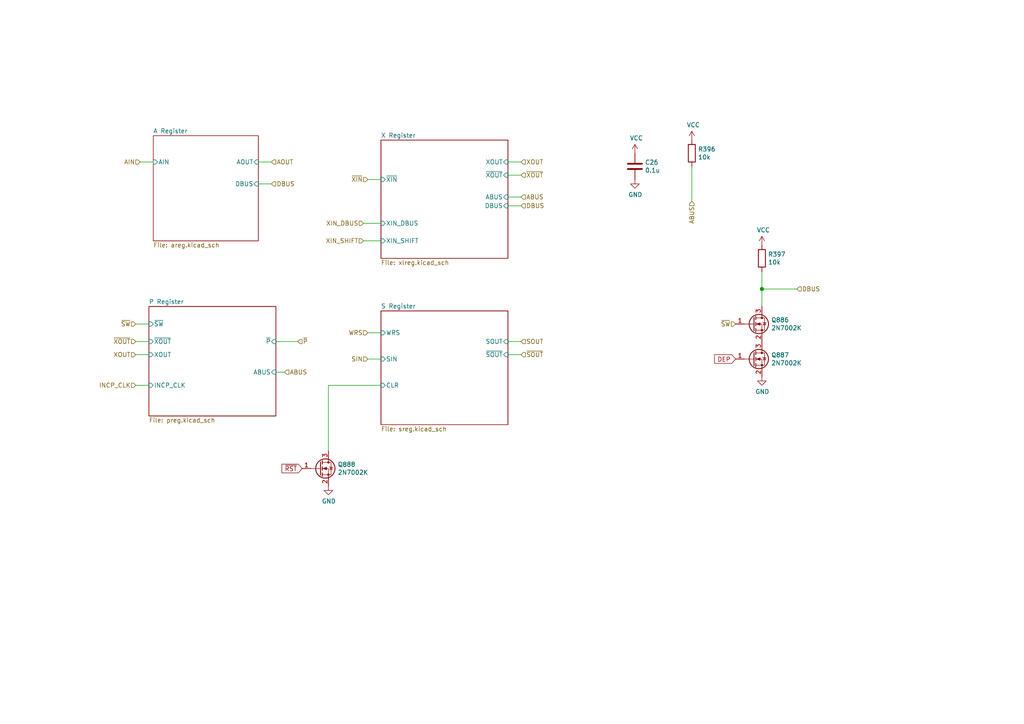
<source format=kicad_sch>
(kicad_sch (version 20210126) (generator eeschema)
  (paper "A4")
  (title_block (title "Q2 Bit Slice") (date "2021-02-05") (rev "1") (company "joewing.net"))
  (lib_symbols
    (symbol "Device:C" (pin_numbers hide) (pin_names (offset 0.254))
      (property "Reference" "C" (at 0.635 2.54 0))
      (property "Value" "C" (at 0.635 -2.54 0))
      (symbol "C_0_1"
        (polyline (pts (xy -2.032 -0.762) (xy 2.032 -0.762)) (stroke (width 0.508)))
        (polyline (pts (xy -2.032 0.762) (xy 2.032 0.762)) (stroke (width 0.508)))
      )
      (symbol "C_1_1"
        (pin passive line (at 0 3.81 270) (length 2.794) (name "~") (number "1"))
        (pin passive line (at 0 -3.81 90) (length 2.794) (name "~") (number "2"))
      )
    )
    (symbol "Device:R" (pin_numbers hide) (pin_names (offset 0))
      (property "Reference" "R" (at 2.032 0 90))
      (property "Value" "R" (at 0 0 90))
      (symbol "R_0_1"
        (rectangle (start -1.016 -2.54) (end 1.016 2.54) (stroke (width 0.254)))
      )
      (symbol "R_1_1"
        (pin passive line (at 0 3.81 270) (length 1.27) (name "~") (number "1"))
        (pin passive line (at 0 -3.81 90) (length 1.27) (name "~") (number "2"))
      )
    )
    (symbol "Transistor_FET:2N7002" (pin_names hide)
      (property "Reference" "Q" (at 5.08 1.905 0))
      (property "Value" "2N7002" (at 5.08 0 0))
      (symbol "2N7002_0_1"
        (circle (center 1.651 0) (radius 2.794) (stroke (width 0.254)))
        (circle (center 2.54 -1.778) (radius 0.254) (fill (type outline)))
        (circle (center 2.54 1.778) (radius 0.254) (fill (type outline)))
        (polyline (pts (xy 0.254 0) (xy -2.54 0)))
        (polyline (pts (xy 0.254 1.905) (xy 0.254 -1.905)) (stroke (width 0.254)))
        (polyline (pts (xy 0.762 -1.27) (xy 0.762 -2.286)) (stroke (width 0.254)))
        (polyline (pts (xy 0.762 0.508) (xy 0.762 -0.508)) (stroke (width 0.254)))
        (polyline (pts (xy 0.762 2.286) (xy 0.762 1.27)) (stroke (width 0.254)))
        (polyline (pts (xy 2.54 2.54) (xy 2.54 1.778)))
        (polyline (pts (xy 2.54 -2.54) (xy 2.54 0) (xy 0.762 0)))
        (polyline (pts (xy 0.762 -1.778) (xy 3.302 -1.778) (xy 3.302 1.778) (xy 0.762 1.778)))
        (polyline (pts (xy 2.794 0.508) (xy 2.921 0.381) (xy 3.683 0.381) (xy 3.81 0.254)))
        (polyline (pts (xy 3.302 0.381) (xy 2.921 -0.254) (xy 3.683 -0.254) (xy 3.302 0.381)))
        (polyline (pts (xy 1.016 0) (xy 2.032 0.381) (xy 2.032 -0.381) (xy 1.016 0)) (fill (type outline)))
      )
      (symbol "2N7002_1_1"
        (pin input line (at -5.08 0 0) (length 2.54) (name "G") (number "1"))
        (pin passive line (at 2.54 -5.08 90) (length 2.54) (name "S") (number "2"))
        (pin passive line (at 2.54 5.08 270) (length 2.54) (name "D") (number "3"))
      )
    )
    (symbol "power:GND" (power) (pin_names (offset 0))
      (property "Value" "GND" (at 0 -3.81 0))
      (symbol "GND_0_1"
        (polyline (pts (xy 0 0) (xy 0 -1.27) (xy 1.27 -1.27) (xy 0 -2.54) (xy -1.27 -1.27) (xy 0 -1.27)))
      )
      (symbol "GND_1_1"
        (pin power_in line (at 0 0 270) (length 0) hide (name "GND") (number "1"))
      )
    )
    (symbol "power:VCC" (power) (pin_names (offset 0))
      (property "Value" "VCC" (at 0 3.81 0))
      (symbol "VCC_0_1"
        (polyline (pts (xy -0.762 1.27) (xy 0 2.54)))
        (polyline (pts (xy 0 0) (xy 0 2.54)))
        (polyline (pts (xy 0 2.54) (xy 0.762 1.27)))
      )
      (symbol "VCC_1_1"
        (pin power_in line (at 0 0 90) (length 0) hide (name "VCC") (number "1"))
      )
    )
  )
  (junction (at 220.98 83.82) (diameter 1.016))
  (wire (pts (xy 39.37 93.98) (xy 43.18 93.98)))
  (wire (pts (xy 39.37 99.06) (xy 43.18 99.06)))
  (wire (pts (xy 39.37 102.87) (xy 43.18 102.87)))
  (wire (pts (xy 39.37 111.76) (xy 43.18 111.76)))
  (wire (pts (xy 44.45 46.99) (xy 40.64 46.99)))
  (wire (pts (xy 78.74 46.99) (xy 74.93 46.99)))
  (wire (pts (xy 78.74 53.34) (xy 74.93 53.34)))
  (wire (pts (xy 80.01 99.06) (xy 86.36 99.06)))
  (wire (pts (xy 80.01 107.95) (xy 82.55 107.95)))
  (wire (pts (xy 95.25 111.76) (xy 110.49 111.76)))
  (wire (pts (xy 95.25 130.81) (xy 95.25 111.76)))
  (wire (pts (xy 105.41 64.77) (xy 110.49 64.77)))
  (wire (pts (xy 105.41 69.85) (xy 110.49 69.85)))
  (wire (pts (xy 106.68 52.07) (xy 110.49 52.07)))
  (wire (pts (xy 106.68 96.52) (xy 110.49 96.52)))
  (wire (pts (xy 106.68 104.14) (xy 110.49 104.14)))
  (wire (pts (xy 147.32 46.99) (xy 151.13 46.99)))
  (wire (pts (xy 147.32 50.8) (xy 151.13 50.8)))
  (wire (pts (xy 147.32 57.15) (xy 151.13 57.15)))
  (wire (pts (xy 147.32 99.06) (xy 151.13 99.06)))
  (wire (pts (xy 147.32 102.87) (xy 151.13 102.87)))
  (wire (pts (xy 151.13 59.69) (xy 147.32 59.69)))
  (wire (pts (xy 200.66 48.26) (xy 200.66 58.42)))
  (wire (pts (xy 220.98 83.82) (xy 220.98 78.74)))
  (wire (pts (xy 220.98 83.82) (xy 231.14 83.82)))
  (wire (pts (xy 220.98 88.9) (xy 220.98 83.82)))
  (global_label "~RST" (shape input) (at 87.63 135.89 180) (property "Intersheet References" "${INTERSHEET_REFS}" (effects hide)))
  (global_label "DEP" (shape input) (at 213.36 104.14 180) (property "Intersheet References" "${INTERSHEET_REFS}" (effects hide)))
  (hierarchical_label "~SW" (shape input) (at 39.37 93.98 180))
  (hierarchical_label "~XOUT" (shape input) (at 39.37 99.06 180))
  (hierarchical_label "XOUT" (shape input) (at 39.37 102.87 180))
  (hierarchical_label "INCP_CLK" (shape input) (at 39.37 111.76 180))
  (hierarchical_label "AIN" (shape input) (at 40.64 46.99 180))
  (hierarchical_label "AOUT" (shape input) (at 78.74 46.99 0))
  (hierarchical_label "DBUS" (shape input) (at 78.74 53.34 0))
  (hierarchical_label "ABUS" (shape input) (at 82.55 107.95 0))
  (hierarchical_label "~P" (shape input) (at 86.36 99.06 0))
  (hierarchical_label "XIN_DBUS" (shape input) (at 105.41 64.77 180))
  (hierarchical_label "XIN_SHIFT" (shape input) (at 105.41 69.85 180))
  (hierarchical_label "~XIN" (shape input) (at 106.68 52.07 180))
  (hierarchical_label "WRS" (shape input) (at 106.68 96.52 180))
  (hierarchical_label "SIN" (shape input) (at 106.68 104.14 180))
  (hierarchical_label "XOUT" (shape input) (at 151.13 46.99 0))
  (hierarchical_label "~XOUT" (shape input) (at 151.13 50.8 0))
  (hierarchical_label "ABUS" (shape input) (at 151.13 57.15 0))
  (hierarchical_label "DBUS" (shape input) (at 151.13 59.69 0))
  (hierarchical_label "SOUT" (shape input) (at 151.13 99.06 0))
  (hierarchical_label "~SOUT" (shape input) (at 151.13 102.87 0))
  (hierarchical_label "ABUS" (shape input) (at 200.66 58.42 270))
  (hierarchical_label "~SW" (shape input) (at 213.36 93.98 180))
  (hierarchical_label "DBUS" (shape input) (at 231.14 83.82 0))
  (symbol (lib_id "power:VCC") (at 184.15 44.45 0)
    (property "Reference" "#PWR0818" (effects hide))
    (property "Value" "VCC" (at 184.5818 40.0558 0))
  )
  (symbol (lib_id "power:VCC") (at 200.66 40.64 0)
    (property "Reference" "#PWR0817" (effects hide))
    (property "Value" "VCC" (at 201.0918 36.2458 0))
  )
  (symbol (lib_id "power:VCC") (at 220.98 71.12 0)
    (property "Reference" "#PWR0820" (effects hide))
    (property "Value" "VCC" (at 221.4118 66.7258 0))
  )
  (symbol (lib_id "power:GND") (at 95.25 140.97 0)
    (property "Reference" "#PWR0822" (effects hide))
    (property "Value" "GND" (at 95.377 145.3642 0))
  )
  (symbol (lib_id "power:GND") (at 184.15 52.07 0)
    (property "Reference" "#PWR0819" (effects hide))
    (property "Value" "GND" (at 184.277 56.4642 0))
  )
  (symbol (lib_id "power:GND") (at 220.98 109.22 0)
    (property "Reference" "#PWR0821" (effects hide))
    (property "Value" "GND" (at 221.107 113.6142 0))
  )
  (symbol (lib_id "Device:R") (at 200.66 44.45 0)
    (property "Reference" "R396" (at 202.438 43.2816 0) (effects (justify left)))
    (property "Value" "10k" (at 202.438 45.593 0) (effects (justify left)))
    (property "Footprint" "Resistor_SMD:R_0805_2012Metric" (effects hide))
    (property "LCSC" "C17414" (effects hide))
  )
  (symbol (lib_id "Device:R") (at 220.98 74.93 0)
    (property "Reference" "R397" (at 222.758 73.7616 0) (effects (justify left)))
    (property "Value" "10k" (at 222.758 76.073 0) (effects (justify left)))
    (property "Footprint" "Resistor_SMD:R_0805_2012Metric" (effects hide))
    (property "LCSC" "C17414" (effects hide))
  )
  (symbol (lib_id "Device:C") (at 184.15 48.26 0)
    (property "Reference" "C26" (at 187.071 47.0916 0) (effects (justify left)))
    (property "Value" "0.1u" (at 187.071 49.403 0) (effects (justify left)))
    (property "Footprint" "Capacitor_SMD:C_0805_2012Metric" (effects hide))
    (property "LCSC" "C49678" (effects hide))
  )
  (symbol (lib_id "Transistor_FET:2N7002") (at 92.71 135.89 0)
    (property "Reference" "Q888" (at 97.9424 134.7216 0) (effects (justify left)))
    (property "Value" "2N7002K" (at 97.942 137.033 0) (effects (justify left)))
    (property "Footprint" "Package_TO_SOT_SMD:SOT-23" (effects hide))
    (property "Datasheet" "https://datasheet.lcsc.com/szlcsc/1908021731_Leshan-Radio-L2N7002SLT1G_C250818.pdf" (effects hide))
    (property "LCSC" "C250818" (effects hide))
  )
  (symbol (lib_id "Transistor_FET:2N7002") (at 218.44 93.98 0)
    (property "Reference" "Q886" (at 223.6724 92.8116 0) (effects (justify left)))
    (property "Value" "2N7002K" (at 223.672 95.123 0) (effects (justify left)))
    (property "Footprint" "Package_TO_SOT_SMD:SOT-23" (effects hide))
    (property "Datasheet" "https://datasheet.lcsc.com/szlcsc/1908021731_Leshan-Radio-L2N7002SLT1G_C250818.pdf" (effects hide))
    (property "LCSC" "C250818" (effects hide))
  )
  (symbol (lib_id "Transistor_FET:2N7002") (at 218.44 104.14 0)
    (property "Reference" "Q887" (at 223.6724 102.9716 0) (effects (justify left)))
    (property "Value" "2N7002K" (at 223.672 105.283 0) (effects (justify left)))
    (property "Footprint" "Package_TO_SOT_SMD:SOT-23" (effects hide))
    (property "Datasheet" "https://datasheet.lcsc.com/szlcsc/1908021731_Leshan-Radio-L2N7002SLT1G_C250818.pdf" (effects hide))
    (property "LCSC" "C250818" (effects hide))
  )
  (sheet (at 44.45 39.37) (size 30.48 30.48)
    (property "Sheet name" "A Register" (at 44.45 38.7345 0) (effects (justify left bottom)))
    (property "Sheet file" "areg.kicad_sch" (at 44.45 70.3585 0) (effects (justify left top)))
    (pin "AIN" input (at 44.45 46.99 180))
    (pin "AOUT" input (at 74.93 46.99 0))
    (pin "DBUS" input (at 74.93 53.34 0))
  )
  (sheet (at 43.18 88.9) (size 36.83 31.75)
    (property "Sheet name" "P Register" (at 43.18 88.2645 0) (effects (justify left bottom)))
    (property "Sheet file" "preg.kicad_sch" (at 43.18 121.1585 0) (effects (justify left top)))
    (pin "~XOUT" input (at 43.18 99.06 180))
    (pin "~SW" input (at 43.18 93.98 180))
    (pin "XOUT" input (at 43.18 102.87 180))
    (pin "ABUS" input (at 80.01 107.95 0))
    (pin "~P" input (at 80.01 99.06 0))
    (pin "INCP_CLK" input (at 43.18 111.76 180))
  )
  (sheet (at 110.49 90.17) (size 36.83 33.02)
    (property "Sheet name" "S Register" (at 110.49 89.5345 0) (effects (justify left bottom)))
    (property "Sheet file" "sreg.kicad_sch" (at 110.49 123.6985 0) (effects (justify left top)))
    (pin "~SOUT" input (at 147.32 102.87 0))
    (pin "SOUT" input (at 147.32 99.06 0))
    (pin "SIN" input (at 110.49 104.14 180))
    (pin "WRS" input (at 110.49 96.52 180))
    (pin "CLR" input (at 110.49 111.76 180))
  )
  (sheet (at 110.49 40.64) (size 36.83 34.29)
    (property "Sheet name" "X Register" (at 110.49 40.0045 0) (effects (justify left bottom)))
    (property "Sheet file" "xlreg.kicad_sch" (at 110.49 75.439 0) (effects (justify left top)))
    (pin "DBUS" input (at 147.32 59.69 0))
    (pin "XOUT" input (at 147.32 46.99 0))
    (pin "~XIN" input (at 110.49 52.07 180))
    (pin "ABUS" input (at 147.32 57.15 0))
    (pin "~XOUT" input (at 147.32 50.8 0))
    (pin "XIN_DBUS" input (at 110.49 64.77 180))
    (pin "XIN_SHIFT" input (at 110.49 69.85 180))
  )
)
</source>
